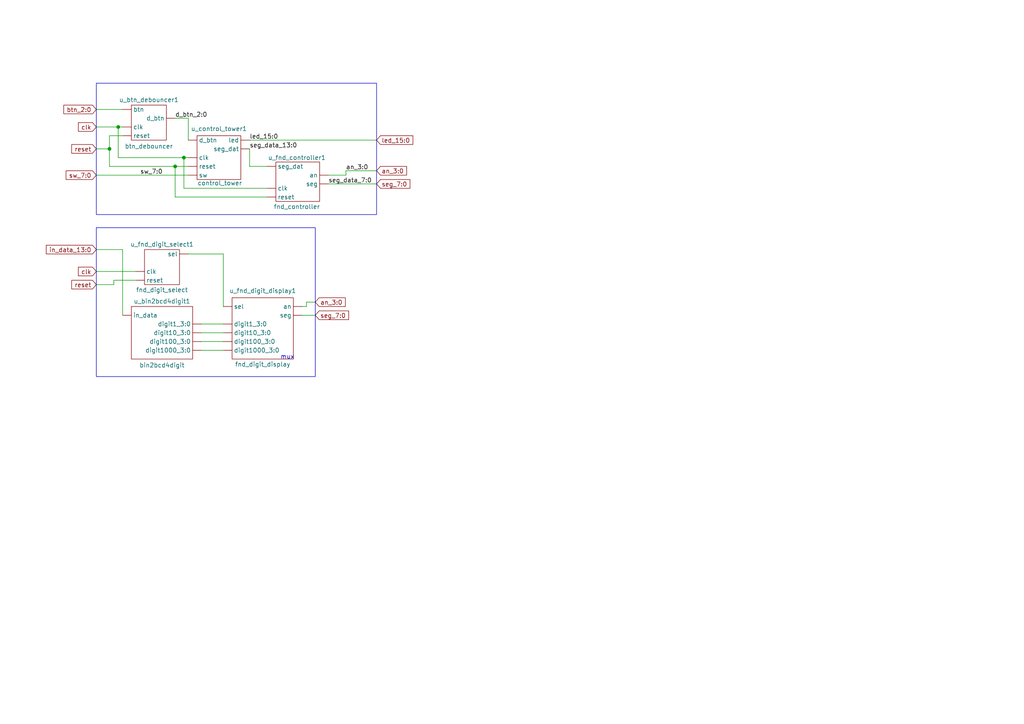
<source format=kicad_sch>
(kicad_sch (version 20250114) (generator "eeschema") (generator_version "9.0")
  (paper "A4")
  (lib_symbols
    (symbol "debounce:bin2bcd4digit"
      (property "Reference" "u_bin2bcd4digit" (at 0 0 0))
      (symbol "bin2bcd4digit_0_1"
        (rectangle (start -8.89 -1.27) (end 8.89 -16.51))
      )
      (symbol "bin2bcd4digit_1_1"
        (pin input line (at -11.43 -3.81 0) (length 2.54) (name "in_data") (number ""))
        (pin output line (at 11.43 -6.35 180) (length 2.54) (name "digit1_3:0") (number ""))
        (pin output line (at 11.43 -8.89 180) (length 2.54) (name "digit10_3:0") (number ""))
        (pin output line (at 11.43 -11.43 180) (length 2.54) (name "digit100_3:0") (number ""))
        (pin output line (at 11.43 -13.97 180) (length 2.54) (name "digit1000_3:0") (number ""))
      )
    )
    (symbol "debounce:control_tower"
      (property "Reference" "u_control_tower" (at 0 0 0))
      (symbol "control_tower_0_1"
        (rectangle (start -6.35 -1.27) (end 6.35 -13.97))
      )
      (symbol "control_tower_1_1"
        (pin input line (at -8.89 -2.54 0) (length 2.54) (name "d_btn") (number ""))
        (pin input line (at -8.89 -7.62 0) (length 2.54) (name "clk") (number ""))
        (pin input line (at -8.89 -10.16 0) (length 2.54) (name "reset") (number ""))
        (pin input line (at -8.89 -12.7 0) (length 2.54) (name "sw") (number ""))
        (pin output line (at 8.89 -2.54 180) (length 2.54) (name "led") (number ""))
        (pin output line (at 8.89 -5.08 180) (length 2.54) (name "seg_dat") (number ""))
      )
    )
    (symbol "debounce:fnd_controller"
      (property "Reference" "u_fnd_controller" (at 0 0 0))
      (symbol "fnd_controller_0_1"
        (rectangle (start -6.35 -1.27) (end 6.35 -12.7))
      )
      (symbol "fnd_controller_1_1"
        (pin input line (at -8.89 -2.54 0) (length 2.54) (name "seg_dat") (number ""))
        (pin input line (at -8.89 -8.89 0) (length 2.54) (name "clk") (number ""))
        (pin input line (at -8.89 -11.43 0) (length 2.54) (name "reset") (number ""))
        (pin output line (at 8.89 -5.08 180) (length 2.54) (name "an") (number ""))
        (pin output line (at 8.89 -7.62 180) (length 2.54) (name "seg") (number ""))
      )
    )
    (symbol "debounce:fnd_digit_display"
      (property "Reference" "u_fnd_digit_display" (at 0 0 0))
      (symbol "fnd_digit_display_0_1"
        (rectangle (start -8.89 -1.27) (end 8.89 -19.05))
      )
      (symbol "fnd_digit_display_1_1"
        (pin input line (at -11.43 -3.81 0) (length 2.54) (name "sel") (number ""))
        (pin input line (at -11.43 -8.89 0) (length 2.54) (name "digit1_3:0") (number ""))
        (pin input line (at -11.43 -11.43 0) (length 2.54) (name "digit10_3:0") (number ""))
        (pin input line (at -11.43 -13.97 0) (length 2.54) (name "digit100_3:0") (number ""))
        (pin input line (at -11.43 -16.51 0) (length 2.54) (name "digit1000_3:0") (number ""))
        (pin output line (at 11.43 -3.81 180) (length 2.54) (name "an") (number ""))
        (pin output line (at 11.43 -6.35 180) (length 2.54) (name "seg") (number ""))
      )
    )
    (symbol "debounce:u_btn_debouncer"
      (property "Reference" "u_btn_debouncer" (at 0 0 0))
      (symbol "u_btn_debouncer_0_1"
        (rectangle (start -5.08 -1.27) (end 5.08 -11.43))
      )
      (symbol "u_btn_debouncer_1_1"
        (pin input line (at -7.62 -2.54 0) (length 2.54) (name "btn") (number ""))
        (pin input line (at -7.62 -7.62 0) (length 2.54) (name "clk") (number ""))
        (pin input line (at -7.62 -10.16 0) (length 2.54) (name "reset") (number ""))
        (pin output line (at 7.62 -5.08 180) (length 2.54) (name "d_btn") (number ""))
      )
    )
    (symbol "debounce:u_fnd_digit_select"
      (property "Reference" "u_fnd_digit_select" (at 0 0 0))
      (symbol "u_fnd_digit_select_0_1"
        (rectangle (start -5.08 -1.27) (end 5.08 -11.43))
      )
      (symbol "u_fnd_digit_select_1_1"
        (pin input line (at -7.62 -7.62 0) (length 2.54) (name "clk") (number ""))
        (pin input line (at -7.62 -10.16 0) (length 2.54) (name "reset") (number ""))
        (pin output line (at 7.62 -2.54 180) (length 2.54) (name "sel") (number ""))
      )
    )
  )
  (rectangle (start 27.94 66.04) (end 91.44 109.22))
  (rectangle (start 27.94 24.13) (end 109.22 62.23))
  (text "mux가 더 맞음" (at 84.328 103.632 0) (effects (font (size 1.27 1.27))))
  (junction (at 31.75 43.18))
  (junction (at 53.34 45.72))
  (junction (at 50.8 48.26))
  (junction (at 34.29 36.83))
  (wire (pts (xy 88.9 87.63) (xy 91.44 87.63)))
  (wire (pts (xy 72.39 40.64) (xy 109.22 40.64)))
  (wire (pts (xy 27.94 78.74) (xy 39.37 78.74)))
  (wire (pts (xy 33.02 82.55) (xy 33.02 81.28)))
  (wire (pts (xy 54.61 34.29) (xy 50.8 34.29)))
  (wire (pts (xy 72.39 48.26) (xy 77.47 48.26)))
  (wire (pts (xy 87.63 88.9) (xy 88.9 88.9)))
  (wire (pts (xy 95.25 53.34) (xy 109.22 53.34)))
  (wire (pts (xy 87.63 91.44) (xy 91.44 91.44)))
  (wire (pts (xy 77.47 57.15) (xy 50.8 57.15)))
  (wire (pts (xy 88.9 88.9) (xy 88.9 87.63)))
  (wire (pts (xy 31.75 39.37) (xy 35.56 39.37)))
  (wire (pts (xy 33.02 81.28) (xy 39.37 81.28)))
  (wire (pts (xy 54.61 40.64) (xy 54.61 34.29)))
  (wire (pts (xy 27.94 50.8) (xy 54.61 50.8)))
  (wire (pts (xy 27.94 31.75) (xy 35.56 31.75)))
  (wire (pts (xy 34.29 45.72) (xy 53.34 45.72)))
  (wire (pts (xy 27.94 82.55) (xy 33.02 82.55)))
  (wire (pts (xy 27.94 72.39) (xy 35.56 72.39)))
  (wire (pts (xy 100.33 50.8) (xy 100.33 49.53)))
  (wire (pts (xy 27.94 36.83) (xy 34.29 36.83)))
  (wire (pts (xy 27.94 43.18) (xy 31.75 43.18)))
  (wire (pts (xy 31.75 48.26) (xy 31.75 43.18)))
  (wire (pts (xy 58.42 101.6) (xy 64.77 101.6)))
  (wire (pts (xy 54.61 48.26) (xy 50.8 48.26)))
  (wire (pts (xy 72.39 43.18) (xy 72.39 48.26)))
  (wire (pts (xy 64.77 73.66) (xy 64.77 88.9)))
  (wire (pts (xy 53.34 54.61) (xy 77.47 54.61)))
  (wire (pts (xy 31.75 39.37) (xy 31.75 43.18)))
  (wire (pts (xy 58.42 99.06) (xy 64.77 99.06)))
  (wire (pts (xy 95.25 50.8) (xy 100.33 50.8)))
  (wire (pts (xy 58.42 96.52) (xy 64.77 96.52)))
  (wire (pts (xy 50.8 48.26) (xy 31.75 48.26)))
  (wire (pts (xy 100.33 49.53) (xy 109.22 49.53)))
  (wire (pts (xy 34.29 36.83) (xy 35.56 36.83)))
  (wire (pts (xy 34.29 36.83) (xy 34.29 45.72)))
  (wire (pts (xy 53.34 45.72) (xy 53.34 54.61)))
  (wire (pts (xy 58.42 93.98) (xy 64.77 93.98)))
  (wire (pts (xy 50.8 57.15) (xy 50.8 48.26)))
  (wire (pts (xy 35.56 72.39) (xy 35.56 91.44)))
  (wire (pts (xy 54.61 73.66) (xy 64.77 73.66)))
  (wire (pts (xy 53.34 45.72) (xy 54.61 45.72)))
  (label "led_15:0" (at 72.39 40.64 0))
  (label "sw_7:0" (at 40.64 50.8 0))
  (label "seg_data_13:0" (at 72.39 43.18 0))
  (label "d_btn_2:0" (at 50.8 34.29 0))
  (label "seg_data_7:0" (at 95.25 53.34 0))
  (label "an_3:0" (at 100.33 49.53 0))
  (global_label "seg_7:0" (shape input) (at 109.22 53.34 0) (property "Intersheetrefs" "${INTERSHEET_REFS}" (effects (hide yes))))
  (global_label "reset" (shape input) (at 27.94 82.55 180) (property "Intersheetrefs" "${INTERSHEET_REFS}" (effects (hide yes))))
  (global_label "in_data_13:0" (shape input) (at 27.94 72.39 180) (property "Intersheetrefs" "${INTERSHEET_REFS}" (effects (hide yes))))
  (global_label "led_15:0" (shape input) (at 109.22 40.64 0) (property "Intersheetrefs" "${INTERSHEET_REFS}" (effects (hide yes))))
  (global_label "sw_7:0" (shape input) (at 27.94 50.8 180) (property "Intersheetrefs" "${INTERSHEET_REFS}" (effects (hide yes))))
  (global_label "clk" (shape input) (at 27.94 78.74 180) (property "Intersheetrefs" "${INTERSHEET_REFS}" (effects (hide yes))))
  (global_label "seg_7:0" (shape input) (at 91.44 91.44 0) (property "Intersheetrefs" "${INTERSHEET_REFS}" (effects (hide yes))))
  (global_label "an_3:0" (shape input) (at 91.44 87.63 0) (property "Intersheetrefs" "${INTERSHEET_REFS}" (effects (hide yes))))
  (global_label "clk" (shape input) (at 27.94 36.83 180) (property "Intersheetrefs" "${INTERSHEET_REFS}" (effects (hide yes))))
  (global_label "btn_2:0" (shape input) (at 27.94 31.75 180) (property "Intersheetrefs" "${INTERSHEET_REFS}" (effects (hide yes))))
  (global_label "reset" (shape input) (at 27.94 43.18 180) (property "Intersheetrefs" "${INTERSHEET_REFS}" (effects (hide yes))))
  (global_label "an_3:0" (shape input) (at 109.22 49.53 0) (property "Intersheetrefs" "${INTERSHEET_REFS}" (effects (hide yes))))
  (symbol (lib_id "debounce:fnd_digit_display") (at 76.2 85.09 0) (unit 1)
    (property "Reference" "u_fnd_digit_display1" (at 76.2 84.328 0))
    (property "Value" "fnd_digit_display" (at 76.2 105.664 0))
  )
  (symbol (lib_id "debounce:control_tower") (at 63.5 38.1 0) (unit 1)
    (property "Reference" "u_control_tower1" (at 63.5 37.338 0))
    (property "Value" "control_tower" (at 63.754 53.086 0))
  )
  (symbol (lib_id "debounce:u_btn_debouncer") (at 43.18 29.21 0) (unit 1)
    (property "Reference" "u_btn_debouncer1" (at 43.18 28.956 0))
    (property "Value" "btn_debouncer" (at 43.18 42.418 0))
  )
  (symbol (lib_id "debounce:u_fnd_digit_select") (at 46.99 71.12 0) (unit 1)
    (property "Reference" "u_fnd_digit_select1" (at 46.99 70.866 0))
    (property "Value" "fnd_digit_select" (at 46.99 84.074 0))
  )
  (symbol (lib_id "debounce:fnd_controller") (at 86.36 45.72 0) (unit 1)
    (property "Reference" "u_fnd_controller1" (at 86.106 45.72 0))
    (property "Value" "fnd_controller" (at 86.106 59.944 0))
  )
  (symbol (lib_id "debounce:bin2bcd4digit") (at 46.99 87.63 0) (unit 1)
    (property "Reference" "u_bin2bcd4digit1" (at 46.99 87.376 0))
    (property "Value" "bin2bcd4digit" (at 46.99 105.918 0))
  )
)
</source>
